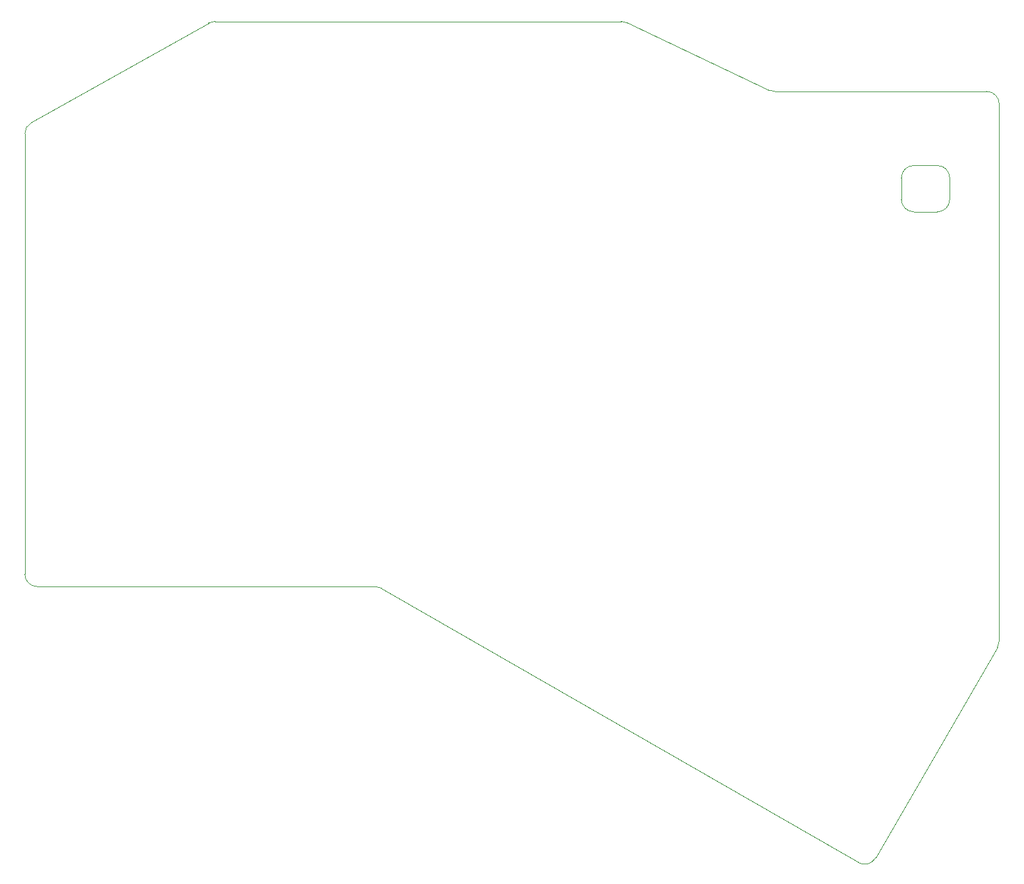
<source format=gm1>
G04 #@! TF.GenerationSoftware,KiCad,Pcbnew,7.0.10*
G04 #@! TF.CreationDate,2024-01-12T14:18:35+00:00*
G04 #@! TF.ProjectId,eobard,656f6261-7264-42e6-9b69-6361645f7063,0.2.6*
G04 #@! TF.SameCoordinates,Original*
G04 #@! TF.FileFunction,Profile,NP*
%FSLAX46Y46*%
G04 Gerber Fmt 4.6, Leading zero omitted, Abs format (unit mm)*
G04 Created by KiCad (PCBNEW 7.0.10) date 2024-01-12 14:18:35*
%MOMM*%
%LPD*%
G01*
G04 APERTURE LIST*
G04 #@! TA.AperFunction,Profile*
%ADD10C,0.100000*%
G04 #@! TD*
G04 APERTURE END LIST*
D10*
X154637575Y-39000000D02*
X102421741Y-39000000D01*
X195240000Y-63500000D02*
X192237000Y-63500000D01*
X203200000Y-49616000D02*
G75*
G03*
X201590000Y-48006000I-1610000J0D01*
G01*
X196850000Y-59141000D02*
G75*
G03*
X195240000Y-57531000I-1610000J0D01*
G01*
X187304751Y-146608600D02*
X202983682Y-119500010D01*
X203200000Y-118693939D02*
X203200000Y-49616000D01*
X192237000Y-57531000D02*
X195240000Y-57531000D01*
X185107310Y-147197484D02*
G75*
G03*
X187304750Y-146608600I803790J1394984D01*
G01*
X79610000Y-111700000D02*
X123069353Y-111700000D01*
X190627000Y-61890000D02*
X190627000Y-59141000D01*
X192237000Y-57531000D02*
G75*
G03*
X190627000Y-59141000I0J-1610000D01*
G01*
X185107283Y-147197530D02*
X123873139Y-111914999D01*
X202983700Y-119500020D02*
G75*
G03*
X203200000Y-118693939I-1394000J806120D01*
G01*
X173662538Y-47850692D02*
G75*
G03*
X174352425Y-48006000I689862J1454492D01*
G01*
X123873151Y-111914979D02*
G75*
G03*
X123069353Y-111700000I-803751J-1395021D01*
G01*
X78000000Y-110090000D02*
G75*
G03*
X79610000Y-111700000I1610000J0D01*
G01*
X195240000Y-63500000D02*
G75*
G03*
X196850000Y-61890000I0J1610000D01*
G01*
X101632420Y-39206763D02*
X78820680Y-52038368D01*
X102421741Y-39000010D02*
G75*
G03*
X101632420Y-39206764I59J-1610290D01*
G01*
X78820678Y-52038364D02*
G75*
G03*
X78000000Y-53441604I789322J-1403236D01*
G01*
X155327462Y-39155308D02*
G75*
G03*
X154637575Y-39000000I-689862J-1454492D01*
G01*
X173662534Y-47850700D02*
X155327466Y-39155300D01*
X78000000Y-53441604D02*
X78000000Y-110090000D01*
X196850000Y-59141000D02*
X196850000Y-61890000D01*
X201590000Y-48006000D02*
X174352425Y-48006000D01*
X190627000Y-61890000D02*
G75*
G03*
X192237000Y-63500000I1610000J0D01*
G01*
M02*

</source>
